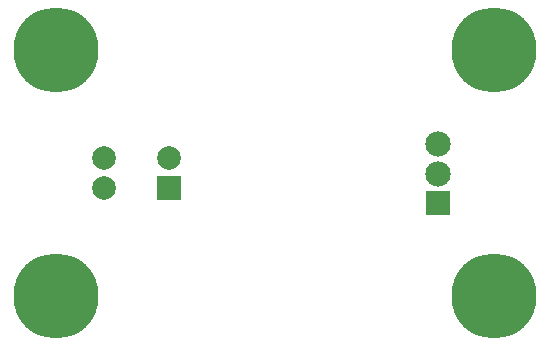
<source format=gbr>
G04 #@! TF.FileFunction,Soldermask,Bot*
%FSLAX46Y46*%
G04 Gerber Fmt 4.6, Leading zero omitted, Abs format (unit mm)*
G04 Created by KiCad (PCBNEW 4.0.3+e1-6302~38~ubuntu15.04.1-stable) date Fri Aug 26 22:49:12 2016*
%MOMM*%
%LPD*%
G01*
G04 APERTURE LIST*
%ADD10C,0.100000*%
%ADD11C,7.200000*%
%ADD12R,2.000000X2.000000*%
%ADD13C,2.000000*%
%ADD14R,2.150000X2.150000*%
%ADD15C,2.150000*%
G04 APERTURE END LIST*
D10*
D11*
X132842000Y-87376000D03*
X169926000Y-87376000D03*
X132842000Y-108204000D03*
X169926000Y-108204000D03*
D12*
X142450000Y-99060000D03*
D13*
X142450000Y-96520000D03*
X136950000Y-96520000D03*
X136950000Y-99060000D03*
D14*
X165227000Y-100330000D03*
D15*
X165227000Y-97830000D03*
X165227000Y-95330000D03*
M02*

</source>
